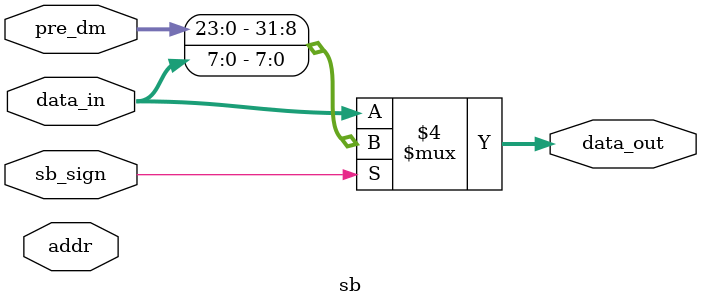
<source format=v>
module sb (
    input sb_sign,
    input [1:0]addr,
    input [31:0]data_in,
    input [23:0]pre_dm,

    output reg[31:0]data_out
);

    always@(*)
    begin
        if(!sb_sign) data_out<=data_in;
        else data_out<={pre_dm,data_in[7:0] };
    end
    
endmodule
</source>
